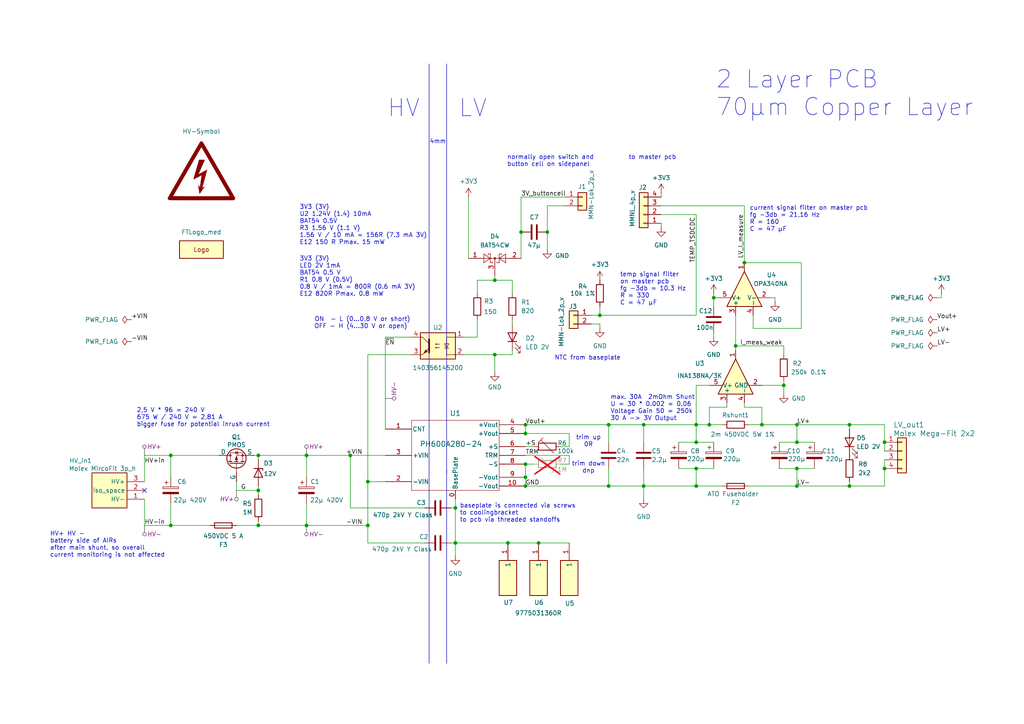
<source format=kicad_sch>
(kicad_sch (version 20231120) (generator "eeschema") (generator_version "8.0")
  (paper "A4")
  (title_block (title "TS-DCDC") (date "2024-12-12") (rev "0.5"))
  (lib_symbols
    (symbol "2024-11-18_21-41-11:PH600A280-24" (pin_names (offset 0.254))
      (property "Reference" "U1" (at 20.32 7.112 0))
      (property "Value" "PH600A280-24" (at 19.05 -1.778 0))
      (symbol "PH600A280-24_1_1"
        (pin passive line (at 20.32 -17.78 90) (length 2.54) (name "BasePlate") (number "0"))
        (pin input line (at 0 2.54 0) (length 7.62) (name "CNT") (number "1"))
        (pin power_out line (at 40.64 -13.97 180) (length 7.62) (name "-Vout") (number "10"))
        (pin power_in line (at 0 -12.7 0) (length 7.62) (name "-VIN") (number "2"))
        (pin power_in line (at 0 -5.08 0) (length 7.62) (name "+VIN") (number "3"))
        (pin power_out line (at 40.64 3.81 180) (length 7.62) (name "+Vout") (number "4"))
        (pin passive line (at 40.64 1.27 180) (length 7.62) (name "+Vout") (number "5"))
        (pin input line (at 40.64 -2.54 180) (length 7.62) (name "+S") (number "6"))
        (pin input line (at 40.64 -5.08 180) (length 7.62) (name "TRM") (number "7"))
        (pin input line (at 40.64 -7.62 180) (length 7.62) (name "-S") (number "8"))
        (pin passive line (at 40.64 -11.43 180) (length 7.62) (name "-Vout") (number "9"))
      )
    )
    (symbol "43650-0317:43650-0317"
      (property "Reference" "HV_in1" (at 18.542 -11.938 0))
      (property "Value" "Molex MircoFit 3p_h" (at 11.43 -9.398 0))
      (symbol "43650-0317_1_1"
        (pin power_out line (at 0 -5.08 0) (length 5.08) (name "HV-") (number "1"))
        (pin passive line (at 0 -2.54 0) (length 5.08) (name "iso_space") (number "2"))
        (pin power_out line (at 0 0 0) (length 5.08) (name "HV+") (number "3"))
      )
    )
    (symbol "9775031360R:9775031360R"
      (property "Reference" "U" (at 16.51 7.62 0))
      (property "Value" "9775031360R" (at 16.51 5.08 0))
      (symbol "9775031360R_1_1"
        (pin passive line (at 0 0 0) (length 5.08) (name "1") (number "1"))
      )
    )
    (symbol "Amplifier_Current:INA138" (pin_names (offset 0.127))
      (property "Reference" "U" (at 3.81 5.08 0))
      (property "Value" "INA138" (at 3.81 2.54 0))
      (symbol "INA138_1_1"
        (pin output line (at 7.62 0 180) (length 2.54) (name "~") (number "1"))
        (pin power_in line (at -2.54 -7.62 90) (length 3.81) (name "GND") (number "2"))
        (pin input line (at -7.62 2.54 0) (length 2.54) (name "+") (number "3"))
        (pin input line (at -7.62 -2.54 0) (length 2.54) (name "-") (number "4"))
        (pin power_in line (at -2.54 7.62 270) (length 3.81) (name "V+") (number "5"))
      )
    )
    (symbol "Amplifier_Operational:OPA340NA" (pin_names (offset 0.127))
      (property "Reference" "U" (at -1.27 6.35 0))
      (property "Value" "OPA340NA" (at -1.27 3.81 0))
      (symbol "OPA340NA_0_1"
        (pin power_in line (at -2.54 -7.62 90) (length 3.81) (name "V-") (number "2"))
        (pin power_in line (at -2.54 7.62 270) (length 3.81) (name "V+") (number "5"))
      )
      (symbol "OPA340NA_1_1"
        (pin output line (at 7.62 0 180) (length 2.54) (name "~") (number "1"))
        (pin input line (at -7.62 2.54 0) (length 2.54) (name "+") (number "3"))
        (pin input line (at -7.62 -2.54 0) (length 2.54) (name "-") (number "4"))
      )
    )
    (symbol "Conn_01x02_1" (pin_names (offset 1.016) hide)
      (property "Reference" "J3" (at -1.016 -5.08 0))
      (property "Value" "MMN-Lok_2p_v" (at 3.556 -7.874 90))
      (symbol "Conn_01x02_1_1_1"
        (pin passive line (at -5.08 -2.54 0) (length 3.81) (name "Pin_1") (number "1"))
        (pin passive line (at -5.08 0 0) (length 3.81) (name "Pin_2") (number "2"))
      )
    )
    (symbol "Conn_01x04_1" (pin_names (offset 1.016) hide)
      (property "Reference" "LV_out1" (at -2.54 7.62 0))
      (property "Value" "Molex Mega-Fit 2x2" (at -2.54 5.08 0))
      (symbol "Conn_01x04_1_1_1"
        (pin power_in line (at -5.08 2.54 0) (length 3.81) (name "Pin_1") (number "1"))
        (pin power_in line (at -5.08 0 0) (length 3.81) (name "Pin_2") (number "2"))
        (pin power_in line (at -5.08 -2.54 0) (length 3.81) (name "Pin_3") (number "3"))
        (pin power_in line (at -5.08 -5.08 0) (length 3.81) (name "Pin_4") (number "4"))
      )
    )
    (symbol "Connector_Generic:Conn_01x02" (pin_names (offset 1.016) hide)
      (property "Reference" "J" (at 0 2.54 0))
      (property "Value" "Conn_01x02" (at 0 -5.08 0))
      (symbol "Conn_01x02_1_1"
        (pin passive line (at -5.08 0 0) (length 3.81) (name "Pin_1") (number "1"))
        (pin passive line (at -5.08 -2.54 0) (length 3.81) (name "Pin_2") (number "2"))
      )
    )
    (symbol "Connector_Generic:Conn_01x04" (pin_names (offset 1.016) hide)
      (property "Reference" "J" (at 0 5.08 0))
      (property "Value" "Conn_01x04" (at 0 -7.62 0))
      (symbol "Conn_01x04_1_1"
        (pin passive line (at -5.08 2.54 0) (length 3.81) (name "Pin_1") (number "1"))
        (pin passive line (at -5.08 0 0) (length 3.81) (name "Pin_2") (number "2"))
        (pin passive line (at -5.08 -2.54 0) (length 3.81) (name "Pin_3") (number "3"))
        (pin passive line (at -5.08 -5.08 0) (length 3.81) (name "Pin_4") (number "4"))
      )
    )
    (symbol "Device:C" (pin_numbers hide) (pin_names (offset 0.254))
      (property "Reference" "C" (at 0.635 2.54 0))
      (property "Value" "C" (at 0.635 -2.54 0))
      (symbol "C_1_1"
        (pin passive line (at 0 3.81 270) (length 2.794) (name "~") (number "1"))
        (pin passive line (at 0 -3.81 90) (length 2.794) (name "~") (number "2"))
      )
    )
    (symbol "Device:C_Polarized" (pin_numbers hide) (pin_names (offset 0.254))
      (property "Reference" "C" (at 0.635 2.54 0))
      (property "Value" "C_Polarized" (at 0.635 -2.54 0))
      (symbol "C_Polarized_1_1"
        (pin passive line (at 0 3.81 270) (length 2.794) (name "~") (number "1"))
        (pin passive line (at 0 -3.81 90) (length 2.794) (name "~") (number "2"))
      )
    )
    (symbol "Device:D_Zener" (pin_numbers hide) (pin_names (offset 1.016) hide)
      (property "Reference" "D" (at 0 2.54 0))
      (property "Value" "D_Zener" (at 0 -2.54 0))
      (symbol "D_Zener_1_1"
        (pin passive line (at -3.81 0 0) (length 2.54) (name "K") (number "1"))
        (pin passive line (at 3.81 0 180) (length 2.54) (name "A") (number "2"))
      )
    )
    (symbol "Device:Fuse" (pin_numbers hide) (pin_names (offset 0))
      (property "Reference" "F" (at 2.032 0 90))
      (property "Value" "Fuse" (at -1.905 0 90))
      (symbol "Fuse_1_1"
        (pin passive line (at 0 3.81 270) (length 1.27) (name "~") (number "1"))
        (pin passive line (at 0 -3.81 90) (length 1.27) (name "~") (number "2"))
      )
    )
    (symbol "Device:LED" (pin_numbers hide) (pin_names (offset 1.016) hide)
      (property "Reference" "D" (at 0 2.54 0))
      (property "Value" "LED" (at 0 -2.54 0))
      (symbol "LED_1_1"
        (pin passive line (at -3.81 0 0) (length 2.54) (name "K") (number "1"))
        (pin passive line (at 3.81 0 180) (length 2.54) (name "A") (number "2"))
      )
    )
    (symbol "Device:R" (pin_numbers hide) (pin_names (offset 0))
      (property "Reference" "R" (at 2.032 0 90))
      (property "Value" "R" (at 0 0 90))
      (symbol "R_1_1"
        (pin passive line (at 0 3.81 270) (length 1.27) (name "~") (number "1"))
        (pin passive line (at 0 -3.81 90) (length 1.27) (name "~") (number "2"))
      )
    )
    (symbol "Device:R_Trim" (pin_numbers hide) (pin_names (offset 0))
      (property "Reference" "R" (at 2.54 -2.54 90))
      (property "Value" "R_Trim" (at -2.54 -0.635 90))
      (symbol "R_Trim_1_1"
        (pin passive line (at 0 3.81 270) (length 1.27) (name "~") (number "1"))
        (pin passive line (at 0 -3.81 90) (length 1.27) (name "~") (number "2"))
      )
    )
    (symbol "Diode:BAT54CW" (pin_names (offset 1.016))
      (property "Reference" "D" (at 0.635 -3.81 0))
      (property "Value" "BAT54CW" (at -6.35 3.175 0))
      (symbol "BAT54CW_1_1"
        (pin passive line (at -7.62 0 0) (length 3.81) (name "~") (number "1"))
        (pin passive line (at 7.62 0 180) (length 3.81) (name "~") (number "2"))
        (pin passive line (at 0 -5.08 90) (length 5.08) (name "~") (number "3"))
      )
    )
    (symbol "FaSTTUBe_logos:FTLogo_med"
      (property "Value" "FTLogo_med" (at 0 -3.81 0))
      (symbol "FTLogo_med_0_0"
        (text "Logo" (at 0 0 0) (effects (font (size 1.27 1.27))))
      )
    )
    (symbol "FaSTTUBe_logos:HV-Symbol" (pin_names (offset 1.016))
      (property "Value" "HV-Symbol" (at 0 -10.16 0))
    )
    (symbol "Fuse_1" (pin_numbers hide) (pin_names (offset 0))
      (property "Reference" "F2" (at 4.826 0 90))
      (property "Value" "ATO Fuseholder" (at 2.286 0.762 90))
      (symbol "Fuse_1_1_1"
        (pin passive line (at 0 3.81 270) (length 1.27) (name "~") (number "1"))
        (pin passive line (at 0 -3.81 90) (length 1.27) (name "~") (number "2"))
      )
    )
    (symbol "Relay_SolidState:34.81-7048"
      (property "Reference" "U2" (at 0 5.334 0))
      (property "Value" "140356145200" (at 0 -6.35 0))
      (symbol "34.81-7048_1_1"
        (pin passive line (at -7.62 2.54 0) (length 2.54) (name "") (number "1"))
        (pin passive line (at -7.62 -2.54 0) (length 2.54) (name "~") (number "2"))
        (pin passive line (at 7.62 -2.54 180) (length 2.54) (name "~") (number "3"))
        (pin passive line (at 7.62 2.54 180) (length 2.54) (name "~") (number "4"))
      )
    )
    (symbol "Simulation_SPICE:PMOS" (pin_numbers hide) (pin_names (offset 0))
      (property "Reference" "Q" (at 5.08 1.27 0))
      (property "Value" "PMOS" (at 5.08 -1.27 0))
      (symbol "PMOS_1_1"
        (pin passive line (at 2.54 5.08 270) (length 2.54) (name "D") (number "1"))
        (pin input line (at -5.08 0 0) (length 2.54) (name "G") (number "2"))
        (pin passive line (at 2.54 -5.08 90) (length 2.54) (name "S") (number "3"))
      )
    )
    (symbol "power:+3V3" (power) (pin_numbers hide) (pin_names (offset 0) hide)
      (property "Value" "+3V3" (at 0 3.556 0))
      (symbol "+3V3_1_1"
        (pin power_in line (at 0 0 90) (length 0) (name "~") (number "1"))
      )
    )
    (symbol "power:GND" (power) (pin_numbers hide) (pin_names (offset 0) hide)
      (property "Value" "GND" (at 0 -3.81 0))
      (symbol "GND_1_1"
        (pin power_in line (at 0 0 270) (length 0) (name "~") (number "1"))
      )
    )
    (symbol "power:PWR_FLAG" (power) (pin_numbers hide) (pin_names (offset 0) hide)
      (property "Value" "PWR_FLAG" (at 0 3.81 0))
      (symbol "PWR_FLAG_0_0"
        (pin power_out line (at 0 0 90) (length 0) (name "~") (number "1"))
      )
    )
  )
  (junction (at 152.4 134.62))
  (junction (at 186.69 123.19))
  (junction (at 207.01 86.36))
  (junction (at 74.93 152.4))
  (junction (at 74.93 142.24))
  (junction (at 106.68 139.7))
  (junction (at 143.51 81.28))
  (junction (at 201.93 128.27))
  (junction (at 213.36 100.33))
  (junction (at 231.14 123.19))
  (junction (at 176.53 123.19))
  (junction (at 151.13 67.31))
  (junction (at 152.4 138.43))
  (junction (at 147.32 157.48))
  (junction (at 201.93 135.89))
  (junction (at 152.4 123.19))
  (junction (at 246.38 123.19))
  (junction (at 49.53 132.08))
  (junction (at 132.08 157.48))
  (junction (at 106.68 152.4))
  (junction (at 152.4 140.97))
  (junction (at 88.9 152.4))
  (junction (at 205.74 123.19))
  (junction (at 201.93 123.19))
  (junction (at 176.53 140.97))
  (junction (at 231.14 128.27))
  (junction (at 88.9 132.08))
  (junction (at 231.14 135.89))
  (junction (at 173.99 91.44))
  (junction (at 158.75 67.31))
  (junction (at 156.21 157.48))
  (junction (at 152.4 125.73))
  (junction (at 201.93 140.97))
  (junction (at 220.98 123.19))
  (junction (at 74.93 132.08))
  (junction (at 256.54 128.27))
  (junction (at 49.53 152.4))
  (junction (at 132.08 147.32))
  (junction (at 186.69 140.97))
  (junction (at 215.9 76.2))
  (junction (at 246.38 140.97))
  (junction (at 101.6 132.08))
  (junction (at 256.54 135.89))
  (junction (at 227.33 111.76))
  (junction (at 143.51 102.87))
  (junction (at 231.14 140.97))
  (no_connect (at 41.91 142.24))
  (wire (pts (xy 231.14 135.89) (xy 231.14 140.97)))
  (wire (pts (xy 231.14 128.27) (xy 236.22 128.27)))
  (wire (pts (xy 41.91 152.4) (xy 41.91 144.78)))
  (wire (pts (xy 176.53 123.19) (xy 176.53 128.27)))
  (wire (pts (xy 176.53 135.89) (xy 176.53 140.97)))
  (wire (pts (xy 111.76 97.79) (xy 111.76 124.46)))
  (wire (pts (xy 158.75 59.69) (xy 158.75 67.31)))
  (wire (pts (xy 148.59 102.87) (xy 148.59 101.6)))
  (wire (pts (xy 201.93 123.19) (xy 205.74 123.19)))
  (wire (pts (xy 152.4 134.62) (xy 154.94 134.62)))
  (wire (pts (xy 226.06 128.27) (xy 231.14 128.27)))
  (wire (pts (xy 201.93 111.76) (xy 205.74 111.76)))
  (wire (pts (xy 143.51 81.28) (xy 143.51 80.01)))
  (wire (pts (xy 73.66 132.08) (xy 74.93 132.08)))
  (wire (pts (xy 273.05 86.36) (xy 271.78 86.36)))
  (wire (pts (xy 106.68 139.7) (xy 111.76 139.7)))
  (wire (pts (xy 151.13 57.15) (xy 163.83 57.15)))
  (wire (pts (xy 132.08 157.48) (xy 130.81 157.48)))
  (wire (pts (xy 106.68 139.7) (xy 106.68 152.4)))
  (wire (pts (xy 201.93 62.23) (xy 201.93 91.44)))
  (wire (pts (xy 173.99 93.98) (xy 171.45 93.98)))
  (wire (pts (xy 138.43 81.28) (xy 138.43 85.09)))
  (wire (pts (xy 132.08 157.48) (xy 147.32 157.48)))
  (wire (pts (xy 205.74 123.19) (xy 209.55 123.19)))
  (wire (pts (xy 165.1 129.54) (xy 162.56 129.54)))
  (wire (pts (xy 134.62 97.79) (xy 138.43 97.79)))
  (wire (pts (xy 207.01 96.52) (xy 207.01 97.79)))
  (wire (pts (xy 201.93 111.76) (xy 201.93 123.19)))
  (wire (pts (xy 210.82 116.84) (xy 210.82 118.11)))
  (wire (pts (xy 210.82 118.11) (xy 205.74 118.11)))
  (wire (pts (xy 135.89 57.15) (xy 135.89 74.93)))
  (wire (pts (xy 74.93 132.08) (xy 88.9 132.08)))
  (wire (pts (xy 218.44 95.25) (xy 232.41 95.25)))
  (wire (pts (xy 165.1 134.62) (xy 165.1 132.08)))
  (wire (pts (xy 227.33 111.76) (xy 227.33 114.3)))
  (wire (pts (xy 152.4 123.19) (xy 176.53 123.19)))
  (polyline (pts (xy 124.46 18.542) (xy 124.46 192.405)))
  (wire (pts (xy 88.9 152.4) (xy 106.68 152.4)))
  (wire (pts (xy 208.28 86.36) (xy 207.01 86.36)))
  (wire (pts (xy 191.77 66.04) (xy 191.77 64.77)))
  (wire (pts (xy 151.13 57.15) (xy 151.13 67.31)))
  (wire (pts (xy 152.4 138.43) (xy 152.4 134.62)))
  (wire (pts (xy 41.91 152.4) (xy 49.53 152.4)))
  (wire (pts (xy 74.93 152.4) (xy 88.9 152.4)))
  (wire (pts (xy 217.17 140.97) (xy 231.14 140.97)))
  (wire (pts (xy 132.08 147.32) (xy 132.08 157.48)))
  (wire (pts (xy 143.51 81.28) (xy 148.59 81.28)))
  (wire (pts (xy 143.51 102.87) (xy 148.59 102.87)))
  (wire (pts (xy 220.98 118.11) (xy 220.98 123.19)))
  (wire (pts (xy 224.79 87.63) (xy 224.79 86.36)))
  (wire (pts (xy 186.69 123.19) (xy 201.93 123.19)))
  (wire (pts (xy 152.4 129.54) (xy 154.94 129.54)))
  (wire (pts (xy 49.53 146.05) (xy 49.53 152.4)))
  (wire (pts (xy 74.93 133.35) (xy 74.93 132.08)))
  (wire (pts (xy 74.93 143.51) (xy 74.93 142.24)))
  (wire (pts (xy 68.58 139.7) (xy 68.58 142.24)))
  (wire (pts (xy 106.68 152.4) (xy 106.68 157.48)))
  (wire (pts (xy 213.36 91.44) (xy 213.36 100.33)))
  (wire (pts (xy 186.69 140.97) (xy 201.93 140.97)))
  (wire (pts (xy 49.53 132.08) (xy 63.5 132.08)))
  (wire (pts (xy 173.99 88.9) (xy 173.99 91.44)))
  (wire (pts (xy 213.36 100.33) (xy 227.33 100.33)))
  (wire (pts (xy 68.58 152.4) (xy 74.93 152.4)))
  (wire (pts (xy 173.99 91.44) (xy 201.93 91.44)))
  (wire (pts (xy 186.69 123.19) (xy 186.69 128.27)))
  (wire (pts (xy 186.69 140.97) (xy 186.69 144.78)))
  (wire (pts (xy 220.98 111.76) (xy 227.33 111.76)))
  (wire (pts (xy 201.93 128.27) (xy 207.01 128.27)))
  (wire (pts (xy 186.69 135.89) (xy 186.69 140.97)))
  (wire (pts (xy 201.93 135.89) (xy 201.93 140.97)))
  (wire (pts (xy 158.75 67.31) (xy 158.75 72.39)))
  (wire (pts (xy 220.98 118.11) (xy 215.9 118.11)))
  (wire (pts (xy 226.06 135.89) (xy 231.14 135.89)))
  (wire (pts (xy 106.68 102.87) (xy 119.38 102.87)))
  (wire (pts (xy 132.08 144.78) (xy 132.08 147.32)))
  (polyline (pts (xy 129.54 136.525) (xy 129.54 192.405)))
  (wire (pts (xy 152.4 123.19) (xy 152.4 125.73)))
  (wire (pts (xy 88.9 132.08) (xy 88.9 138.43)))
  (wire (pts (xy 191.77 57.15) (xy 191.77 55.88)))
  (wire (pts (xy 232.41 76.2) (xy 215.9 76.2)))
  (wire (pts (xy 201.93 140.97) (xy 209.55 140.97)))
  (wire (pts (xy 165.1 125.73) (xy 152.4 125.73)))
  (wire (pts (xy 74.93 142.24) (xy 74.93 140.97)))
  (wire (pts (xy 205.74 118.11) (xy 205.74 123.19)))
  (wire (pts (xy 88.9 132.08) (xy 101.6 132.08)))
  (wire (pts (xy 147.32 157.48) (xy 156.21 157.48)))
  (wire (pts (xy 138.43 81.28) (xy 143.51 81.28)))
  (wire (pts (xy 101.6 132.08) (xy 111.76 132.08)))
  (wire (pts (xy 196.85 128.27) (xy 201.93 128.27)))
  (wire (pts (xy 106.68 102.87) (xy 106.68 139.7)))
  (wire (pts (xy 196.85 135.89) (xy 201.93 135.89)))
  (wire (pts (xy 232.41 95.25) (xy 232.41 76.2)))
  (wire (pts (xy 162.56 134.62) (xy 165.1 134.62)))
  (wire (pts (xy 163.83 59.69) (xy 158.75 59.69)))
  (wire (pts (xy 246.38 124.46) (xy 246.38 123.19)))
  (wire (pts (xy 176.53 123.19) (xy 186.69 123.19)))
  (wire (pts (xy 49.53 152.4) (xy 60.96 152.4)))
  (wire (pts (xy 213.36 100.33) (xy 213.36 101.6)))
  (wire (pts (xy 224.79 86.36) (xy 223.52 86.36)))
  (wire (pts (xy 173.99 91.44) (xy 171.45 91.44)))
  (wire (pts (xy 74.93 151.13) (xy 74.93 152.4)))
  (wire (pts (xy 231.14 135.89) (xy 236.22 135.89)))
  (wire (pts (xy 217.17 123.19) (xy 220.98 123.19)))
  (wire (pts (xy 215.9 59.69) (xy 215.9 76.2)))
  (wire (pts (xy 231.14 140.97) (xy 246.38 140.97)))
  (wire (pts (xy 152.4 140.97) (xy 176.53 140.97)))
  (wire (pts (xy 231.14 123.19) (xy 231.14 128.27)))
  (wire (pts (xy 201.93 135.89) (xy 207.01 135.89)))
  (wire (pts (xy 191.77 59.69) (xy 215.9 59.69)))
  (polyline (pts (xy 129.54 18.542) (xy 129.54 137.16)))
  (wire (pts (xy 123.19 147.32) (xy 101.6 147.32)))
  (wire (pts (xy 152.4 140.97) (xy 152.4 138.43)))
  (wire (pts (xy 143.51 102.87) (xy 143.51 107.95)))
  (wire (pts (xy 256.54 128.27) (xy 256.54 130.81)))
  (wire (pts (xy 256.54 133.35) (xy 256.54 135.89)))
  (wire (pts (xy 246.38 123.19) (xy 256.54 123.19)))
  (wire (pts (xy 68.58 142.24) (xy 74.93 142.24)))
  (wire (pts (xy 176.53 140.97) (xy 186.69 140.97)))
  (wire (pts (xy 148.59 92.71) (xy 148.59 93.98)))
  (wire (pts (xy 173.99 93.98) (xy 173.99 95.25)))
  (wire (pts (xy 215.9 118.11) (xy 215.9 116.84)))
  (wire (pts (xy 152.4 132.08) (xy 165.1 132.08)))
  (wire (pts (xy 138.43 92.71) (xy 138.43 97.79)))
  (wire (pts (xy 256.54 135.89) (xy 256.54 140.97)))
  (wire (pts (xy 151.13 67.31) (xy 151.13 74.93)))
  (wire (pts (xy 246.38 140.97) (xy 256.54 140.97)))
  (wire (pts (xy 148.59 81.28) (xy 148.59 85.09)))
  (wire (pts (xy 165.1 129.54) (xy 165.1 125.73)))
  (wire (pts (xy 246.38 139.7) (xy 246.38 140.97)))
  (wire (pts (xy 132.08 147.32) (xy 130.81 147.32)))
  (wire (pts (xy 132.08 161.29) (xy 132.08 157.48)))
  (wire (pts (xy 101.6 147.32) (xy 101.6 132.08)))
  (wire (pts (xy 49.53 132.08) (xy 49.53 138.43)))
  (wire (pts (xy 273.05 85.09) (xy 273.05 86.36)))
  (wire (pts (xy 106.68 157.48) (xy 123.19 157.48)))
  (wire (pts (xy 111.76 97.79) (xy 119.38 97.79)))
  (wire (pts (xy 165.1 157.48) (xy 156.21 157.48)))
  (wire (pts (xy 227.33 100.33) (xy 227.33 102.87)))
  (wire (pts (xy 220.98 123.19) (xy 231.14 123.19)))
  (wire (pts (xy 41.91 132.08) (xy 49.53 132.08)))
  (wire (pts (xy 207.01 86.36) (xy 207.01 85.09)))
  (wire (pts (xy 41.91 132.08) (xy 41.91 139.7)))
  (wire (pts (xy 256.54 123.19) (xy 256.54 128.27)))
  (wire (pts (xy 207.01 86.36) (xy 207.01 88.9)))
  (wire (pts (xy 227.33 110.49) (xy 227.33 111.76)))
  (wire (pts (xy 143.51 102.87) (xy 134.62 102.87)))
  (wire (pts (xy 231.14 123.19) (xy 246.38 123.19)))
  (wire (pts (xy 201.93 62.23) (xy 191.77 62.23)))
  (wire (pts (xy 218.44 95.25) (xy 218.44 91.44)))
  (wire (pts (xy 88.9 152.4) (xy 88.9 146.05)))
  (wire (pts (xy 201.93 123.19) (xy 201.93 128.27)))
  (text "trim down\ndnp" (at 170.688 135.636 0) (effects (font (size 1.27 1.27))))
  (text "3V3 (3V)\nU2 1.24V (1.4) 10mA\nBAT54 0.5V\nR3 1.56 V (1.1 V)\n1.56 V / 10 mA = 156R (7.3 mA 3V)\nE12 150 R Pmax. 15 mW\n" (at 86.868 65.278 0) (effects (font (size 1.27 1.27)) (justify left)))
  (text " ON  - L (0...0,8 V or short)\nOFF - H (4...30 V or open)" (at 104.648 93.726 0) (effects (font (size 1.27 1.27))))
  (text "max. 30A  2mOhm Shunt \nU = 30 * 0.002 = 0.06\nVoltage Gain 50 = 250k\n30 A -> 3V Output\n" (at 177.038 118.364 0) (effects (font (size 1.27 1.27)) (justify left)))
  (text "trim up\n0R" (at 170.688 128.016 0) (effects (font (size 1.27 1.27))))
  (text "2,5 V * 96 = 240 V\n675 W / 240 V = 2,81 A\nbigger fuse for potential inrush current\n\n" (at 39.624 122.174 0) (effects (font (size 1.27 1.27)) (justify left)))
  (text "current signal filter on master pcb\nfg -3db = 21,16 Hz\nR = 160\nC = 47 µF\n" (at 217.424 63.5 0) (effects (font (size 1.27 1.27)) (justify left)))
  (text "LV" (at 137.16 31.496 0) (effects (font (size 5 5))))
  (text "4mm" (at 127 41.148 0) (effects (font (size 1.27 1.27))))
  (text "normally open switch and\nbutton cell on sidepanel\n " (at 147.066 44.958 0) (effects (font (size 1.27 1.27)) (justify left top)))
  (text "NTC from baseplate" (at 170.434 103.886 0) (effects (font (size 1.27 1.27))))
  (text "HV" (at 117.094 31.496 0) (effects (font (size 5 5))))
  (text "3V3 (3V)\nLED 2V 1mA\nBAT54 0.5 V \nR1 0.8 V (0.5V)\n0.8 V / 1mA = 800R (0.6 mA 3V)\nE12 820R Pmax. 0.8 mW" (at 86.868 80.264 0) (effects (font (size 1.27 1.27)) (justify left)))
  (text "HV+ HV -\nbattery side of AIRs\nafter main shunt, so overall \ncurrent monitoring is not affected" (at 14.478 157.988 0) (effects (font (size 1.27 1.27)) (justify left)))
  (text "to master pcb" (at 189.23 45.72 0) (effects (font (size 1.27 1.27))))
  (text "baseplate is connected via screws \nto coolingbracket\nto pcb via threaded standoffs\n" (at 133.35 148.844 0) (effects (font (size 1.27 1.27)) (justify left)))
  (text "temp signal filter \non master pcb\nfg -3db = 10.3 Hz\nR = 330\nC = 47 µF" (at 179.832 83.82 0) (effects (font (size 1.27 1.27)) (justify left)))
  (text "2 Layer PCB \n70µm Copper Layer\n" (at 207.518 27.178 0) (effects (font (size 5 5)) (justify left)))
  (label "LV+" (at 231.14 123.19 0))
  (label "+VIN" (at 38.1 92.71 0))
  (label "LV-" (at 231.14 140.97 0))
  (label "GND" (at 152.4 140.97 0))
  (label "TEMP_TSDCDC" (at 201.93 76.2 90))
  (label "LV-" (at 271.78 100.33 0))
  (label "Vout+" (at 271.78 92.71 0))
  (label "G" (at 69.85 142.24 0))
  (label "+S" (at 152.4 129.54 0))
  (label "-VIN" (at 38.1 99.06 0))
  (label "TRM" (at 152.4 132.08 0))
  (label "-VIN" (at 100.33 152.4 0))
  (label "LV_I_measure" (at 215.9 74.93 90))
  (label "HV+in" (at 41.91 134.62 0))
  (label "I_meas_weak" (at 214.63 100.33 0))
  (label "3V_buttoncell" (at 151.13 57.15 0))
  (label "HV-in" (at 41.91 152.4 0))
  (label "~{EN}" (at 111.76 100.33 0))
  (label "Vout+" (at 152.4 123.19 0))
  (label "+VIN" (at 100.33 132.08 0))
  (label "LV+" (at 271.78 96.52 0))
  (netclass_flag "" (length 2.54) (shape round) (at 41.91 132.08 0) (property "Netclass" "HV+" (at 42.6085 129.54 0) (effects (font (italic yes)) (justify left))))
  (netclass_flag "" (length 2.54) (shape round) (at 41.91 152.4 180) (property "Netclass" "HV-" (at 42.6085 154.94 0) (effects (font (italic yes)) (justify left))))
  (netclass_flag "" (length 2.54) (shape round) (at 111.76 115.57 270) (property "Netclass" "HV-" (at 114.3 114.8715 90) (effects (font (italic yes)) (justify left))))
  (netclass_flag "" (length 2.54) (shape round) (at 88.9 132.08 0) (property "Netclass" "HV+" (at 89.5985 129.54 0) (effects (font (italic yes)) (justify left))))
  (netclass_flag "" (length 2.54) (shape round) (at 68.58 142.24 180) (property "Netclass" "HV+" (at 67.8815 144.78 0) (effects (font (italic yes)) (justify right))))
  (netclass_flag "" (length 2.54) (shape round) (at 88.9 152.4 180) (property "Netclass" "HV-" (at 89.5985 154.94 0) (effects (font (italic yes)) (justify left))))
  (symbol (lib_id "9775031360R:9775031360R") (at 165.1 157.48 270) (unit 1)
    (property "Reference" "U5" (at 163.83 175.006 90) (effects (justify left)))
    (property "Value" "9775031360R" (effects (hide yes)))
    (property "Footprint" "9775031360R" (effects (hide yes)))
    (property "Datasheet" "https://www.we-online.com/components/products/datasheet/9775031360R.pdf" (effects (hide yes)))
    (property "Description" "Round Standoff Threaded M3 Steel 0.039\" (1.00mm)" (effects (hide yes)))
    (property "Height" "4.2" (effects (hide yes)))
    (property "Mouser Part Number" "710-9775031360R" (effects (hide yes)))
    (property "Mouser Price/Stock" "https://www.mouser.co.uk/ProductDetail/Wurth-Elektronik/9775031360R?qs=lBTPRtX1sU%252BooRt%2F6rjYpA%3D%3D" (effects (hide yes)))
    (property "Manufacturer_Name" "Wurth Elektronik" (effects (hide yes)))
    (property "Manufacturer_Part_Number" "9775031360R" (effects (hide yes)))
  )
  (symbol (lib_id "Device:LED") (at 148.59 97.79 90) (unit 1)
    (property "Reference" "D2" (at 152.4 98.1074 90) (effects (justify right)))
    (property "Value" "LED 2V" (at 152.4 100.6474 90) (effects (justify right)))
    (property "Footprint" "LED_SMD:LED_0603_1608Metric" (effects (hide yes)))
    (property "Description" "Light emitting diode" (effects (hide yes)))
  )
  (symbol (lib_id "Device:C_Polarized") (at 196.85 132.08 0) (unit 1)
    (property "Reference" "C8" (at 202.946 130.81 0) (effects (justify right)))
    (property "Value" "220µ" (at 204.47 133.096 0) (effects (justify right)))
    (property "Footprint" "Capacitor_THT:CP_Radial_D10.0mm_P5.00mm" (effects (hide yes)))
    (property "Datasheet" "https://mou.sr/3E8B9GR" (effects (hide yes)))
    (property "Description" "Polarized capacitor" (effects (hide yes)))
  )
  (symbol (lib_id "Device:C") (at 176.53 132.08 0) (unit 1)
    (property "Reference" "C4" (at 178.816 130.81 0) (effects (justify left)))
    (property "Value" "22n" (at 178.816 133.35 0) (effects (justify left)))
    (property "Footprint" "Capacitor_SMD:C_1206_3216Metric" (effects (hide yes)))
    (property "Datasheet" "https://www.mouser.de/ProductDetail/KEMET/LDECA2220JA0N00?qs=eW1o%2FbAj9gRVk43U4PRUyQ%3D%3D" (effects (hide yes)))
    (property "Description" "Unpolarized capacitor" (effects (hide yes)))
  )
  (symbol (lib_id "Device:R") (at 74.93 147.32 0) (unit 1)
    (property "Reference" "R5" (at 70.358 146.05 0) (effects (justify left)))
    (property "Value" "1M" (at 70.358 148.59 0) (effects (justify left)))
    (property "Footprint" "Resistor_SMD:R_2010_5025Metric" (effects (hide yes)))
    (property "Datasheet" "https://www.mouser.de/ProductDetail/Vishay-Dale/CRCW20101M00FKEFHP?qs=sGAEpiMZZMvdGkrng054txNlzOpMU3a5fHawz3GLm1Q%3D" (effects (hide yes)))
    (property "Description" "Resistor" (effects (hide yes)))
  )
  (symbol (lib_id "Device:R") (at 246.38 135.89 0) (unit 1)
    (property "Reference" "R8" (at 248.92 134.6199 0) (effects (justify left)))
    (property "Value" "2k2" (at 248.92 137.1599 0) (effects (justify left)))
    (property "Footprint" "Resistor_SMD:R_0603_1608Metric" (effects (hide yes)))
    (property "Description" "Resistor" (effects (hide yes)))
  )
  (symbol (lib_id "Connector_Generic:Conn_01x04") (at 186.69 62.23 180) (unit 1)
    (property "Reference" "J2" (at 186.436 54.356 0))
    (property "Value" "MMNL_4p_v" (at 183.388 60.452 90))
    (property "Footprint" "FaSTTUBe_connectors:Micro_Mate-N-Lok_4p_vertical" (effects (hide yes)))
    (property "Description" "Generic connector, single row, 01x04, script generated (kicad-library-utils/schlib/autogen/connector/)" (effects (hide yes)))
  )
  (symbol (lib_id "power:GND") (at 186.69 144.78 0) (unit 1)
    (property "Reference" "#PWR01" (effects (hide yes)))
    (property "Value" "GND" (at 186.69 149.86 0))
    (property "Description" "Power symbol creates a global label with name \"GND\" , ground" (effects (hide yes)))
  )
  (symbol (lib_id "Device:D_Zener") (at 74.93 137.16 270) (unit 1)
    (property "Reference" "D3" (at 76.454 134.366 90) (effects (justify left)))
    (property "Value" "12V" (at 76.454 137.414 90) (effects (justify left)))
    (property "Footprint" "Diode_SMD:D_SOD-323" (effects (hide yes)))
    (property "Datasheet" "https://assets.nexperia.com/documents/data-sheet/PDZ-B_SER.pdf" (effects (hide yes)))
    (property "Description" "Zener diode" (effects (hide yes)))
  )
  (symbol (lib_id "power:PWR_FLAG") (at 38.1 92.71 90) (unit 1)
    (property "Reference" "#FLG02" (effects (hide yes)))
    (property "Value" "PWR_FLAG" (at 34.29 92.7099 90) (effects (justify left)))
    (property "Description" "Special symbol for telling ERC where power comes from" (effects (hide yes)))
  )
  (symbol (lib_id "power:+3V3") (at 191.77 55.88 0) (mirror y) (unit 1)
    (property "Reference" "#PWR05" (effects (hide yes)))
    (property "Value" "+3V3" (at 191.77 51.562 0))
    (property "Description" "Power symbol creates a global label with name \"+3V3\"" (effects (hide yes)))
  )
  (symbol (lib_id "Amplifier_Operational:OPA340NA") (at 215.9 83.82 90) (unit 1)
    (property "Reference" "U4" (at 223.774 79.756 90))
    (property "Value" "OPA340NA" (at 223.52 82.296 90))
    (property "Footprint" "Package_TO_SOT_SMD:SOT-23-5" (effects (hide yes)))
    (property "Datasheet" "http://www.ti.com/lit/ds/symlink/opa340.pdf" (effects (hide yes)))
    (property "Description" "Single Single-Supply, Rail-to-Rail Operational Amplifier, MicroAmplifier Series, SOT-23-5" (effects (hide yes)))
  )
  (symbol (lib_id "Device:C_Polarized") (at 226.06 132.08 0) (unit 1)
    (property "Reference" "C10" (at 232.156 130.81 0) (effects (justify right)))
    (property "Value" "220µ" (at 233.68 133.096 0) (effects (justify right)))
    (property "Footprint" "Capacitor_THT:CP_Radial_D10.0mm_P5.00mm" (effects (hide yes)))
    (property "Datasheet" "https://mou.sr/3E8B9GR" (effects (hide yes)))
    (property "Description" "Polarized capacitor" (effects (hide yes)))
  )
  (symbol (lib_id "Device:LED") (at 246.38 128.27 90) (unit 1)
    (property "Reference" "D5" (at 248.412 127 90) (effects (justify right)))
    (property "Value" "LED 2V" (at 248.412 129.54 90) (effects (justify right)))
    (property "Footprint" "LED_SMD:LED_0603_1608Metric" (effects (hide yes)))
    (property "Description" "Light emitting diode" (effects (hide yes)))
  )
  (symbol (lib_id "Device:C_Polarized") (at 88.9 142.24 0) (unit 1)
    (property "Reference" "C1" (at 92.71 139.7 0) (effects (justify right)))
    (property "Value" "22µ 420V" (at 99.568 145.034 0) (effects (justify right)))
    (property "Footprint" "Capacitor_THT:CP_Radial_D12.5mm_P5.00mm" (effects (hide yes)))
    (property "Datasheet" "https://www.mouser.de/ProductDetail/Chemi-Con/EKXN451ELL220MK16S?qs=eP2BKZSCXI45cEkx%2FZPDFw%3D%3D" (effects (hide yes)))
    (property "Description" "Polarized capacitor" (effects (hide yes)))
  )
  (symbol (lib_id "Device:C") (at 127 157.48 90) (unit 1)
    (property "Reference" "C2" (at 122.936 155.702 90))
    (property "Value" "470p 2kV Y Class" (at 116.586 159.258 90))
    (property "Footprint" "footprints:VY1471M29Y5UC63V0" (effects (hide yes)))
    (property "Datasheet" "https://www.vishay.com/docs/28537/vy1series.pdf" (effects (hide yes)))
    (property "Description" "Unpolarized capacitor" (effects (hide yes)))
  )
  (symbol (lib_id "power:PWR_FLAG") (at 271.78 100.33 90) (unit 1)
    (property "Reference" "#FLG05" (effects (hide yes)))
    (property "Value" "PWR_FLAG" (at 267.97 100.3299 90) (effects (justify left)))
    (property "Description" "Special symbol for telling ERC where power comes from" (effects (hide yes)))
  )
  (symbol (lib_id "Device:C_Polarized") (at 207.01 132.08 0) (unit 1)
    (property "Reference" "C9" (at 213.106 130.81 0) (effects (justify right)))
    (property "Value" "220µ" (at 214.884 133.096 0) (effects (justify right)))
    (property "Footprint" "Capacitor_THT:CP_Radial_D10.0mm_P5.00mm" (effects (hide yes)))
    (property "Datasheet" "https://mou.sr/3E8B9GR" (effects (hide yes)))
    (property "Description" "Polarized capacitor" (effects (hide yes)))
  )
  (symbol (lib_id "9775031360R:9775031360R") (at 156.21 157.48 270) (unit 1)
    (property "Reference" "U6" (at 154.94 174.752 90) (effects (justify left)))
    (property "Value" "9775031360R" (at 149.352 177.8 90) (effects (justify left)))
    (property "Footprint" "9775031360R" (effects (hide yes)))
    (property "Datasheet" "https://www.we-online.com/components/products/datasheet/9775031360R.pdf" (effects (hide yes)))
    (property "Description" "Round Standoff Threaded M3 Steel 0.039\" (1.00mm)" (effects (hide yes)))
    (property "Height" "4.2" (effects (hide yes)))
    (property "Mouser Part Number" "710-9775031360R" (effects (hide yes)))
    (property "Mouser Price/Stock" "https://www.mouser.co.uk/ProductDetail/Wurth-Elektronik/9775031360R?qs=lBTPRtX1sU%252BooRt%2F6rjYpA%3D%3D" (effects (hide yes)))
    (property "Manufacturer_Name" "Wurth Elektronik" (effects (hide yes)))
    (property "Manufacturer_Part_Number" "9775031360R" (effects (hide yes)))
  )
  (symbol (lib_id "Device:R") (at 148.59 88.9 0) (unit 1)
    (property "Reference" "R1" (at 151.13 87.6299 0) (effects (justify left)))
    (property "Value" "820" (at 151.13 90.1699 0) (effects (justify left)))
    (property "Footprint" "Resistor_SMD:R_0603_1608Metric" (effects (hide yes)))
    (property "Description" "Resistor" (effects (hide yes)))
  )
  (symbol (lib_id "power:GND") (at 207.01 97.79 0) (unit 1)
    (property "Reference" "#PWR013" (effects (hide yes)))
    (property "Value" "GND" (at 207.01 102.87 0))
    (property "Description" "Power symbol creates a global label with name \"GND\" , ground" (effects (hide yes)))
  )
  (symbol (lib_id "2024-11-18_21-41-11:PH600A280-24") (at 111.76 127 0) (unit 1)
    (property "Reference" "U1" (at 132.08 119.888 0) (effects (font (size 1.524 1.524))))
    (property "Value" "PH600A280-24" (at 130.81 128.778 0) (effects (font (size 1.524 1.524))))
    (property "Footprint" "footprints:PH300A_thru_PH600A_TDK" (effects (hide yes)))
    (property "Datasheet" "https://product.tdk.com/system/files/dam/doc/product/power/switching-power/dc-dc-converter/catalog/ph-a280_e.pdf" (effects (hide yes)))
  )
  (symbol (lib_id "power:PWR_FLAG") (at 271.78 86.36 90) (unit 1)
    (property "Reference" "#FLG01" (effects (hide yes)))
    (property "Value" "PWR_FLAG" (at 267.97 86.36 90) (effects (justify left)))
    (property "Description" "Special symbol for telling ERC where power comes from" (effects (hide yes)))
  )
  (symbol (lib_id "Device:C") (at 154.94 67.31 90) (unit 1)
    (property "Reference" "C7" (at 154.94 62.992 90))
    (property "Value" "47µ" (at 154.94 71.12 90))
    (property "Footprint" "Capacitor_SMD:C_1210_3225Metric" (effects (hide yes)))
    (property "Description" "Unpolarized capacitor" (effects (hide yes)))
  )
  (symbol (lib_id "power:+3V3") (at 173.99 81.28 0) (mirror y) (unit 1)
    (property "Reference" "#PWR08" (effects (hide yes)))
    (property "Value" "+3V3" (at 173.99 76.708 0))
    (property "Description" "Power symbol creates a global label with name \"+3V3\"" (effects (hide yes)))
  )
  (symbol (lib_id "FaSTTUBe_logos:HV-Symbol") (at 58.42 49.53 0) (unit 1)
    (property "Reference" "#Logo2" (effects (hide yes)))
    (property "Value" "HV-Symbol" (at 58.4225 38.1 0))
    (property "Footprint" "FaSTTUBe_logos:HV-Warning" (effects (hide yes)))
  )
  (symbol (lib_id "Device:C_Polarized") (at 49.53 142.24 0) (unit 1)
    (property "Reference" "C6" (at 54.102 139.7 0) (effects (justify right)))
    (property "Value" "22µ 420V" (at 59.944 145.034 0) (effects (justify right)))
    (property "Footprint" "Capacitor_THT:CP_Radial_D12.5mm_P5.00mm" (effects (hide yes)))
    (property "Datasheet" "https://www.mouser.de/ProductDetail/Chemi-Con/EKXN451ELL220MK16S?qs=eP2BKZSCXI45cEkx%2FZPDFw%3D%3D" (effects (hide yes)))
    (property "Description" "Polarized capacitor" (effects (hide yes)))
  )
  (symbol (lib_id "power:GND") (at 227.33 114.3 0) (unit 1)
    (property "Reference" "#PWR02" (effects (hide yes)))
    (property "Value" "GND" (at 231.648 115.57 0))
    (property "Description" "Power symbol creates a global label with name \"GND\" , ground" (effects (hide yes)))
  )
  (symbol (lib_id "Device:C_Polarized") (at 236.22 132.08 0) (unit 1)
    (property "Reference" "C11" (at 242.316 130.81 0) (effects (justify right)))
    (property "Value" "220µ" (at 244.602 133.096 0) (effects (justify right)))
    (property "Footprint" "Capacitor_THT:CP_Radial_D10.0mm_P5.00mm" (effects (hide yes)))
    (property "Datasheet" "https://mou.sr/3E8B9GR" (effects (hide yes)))
    (property "Description" "Polarized capacitor" (effects (hide yes)))
  )
  (symbol (lib_id "Device:R_Trim") (at 158.75 134.62 270) (unit 1) (dnp yes)
    (property "Reference" "R7" (at 163.068 133.604 90))
    (property "Value" "1M" (at 163.068 136.144 90))
    (property "Footprint" "Potentiometer_SMD:Potentiometer_Bourns_TC33X_Vertical" (effects (hide yes)))
    (property "Description" "Trimmable resistor (preset resistor)" (effects (hide yes)))
  )
  (symbol (lib_id "power:GND") (at 132.08 161.29 0) (unit 1)
    (property "Reference" "#PWR010" (effects (hide yes)))
    (property "Value" "GND" (at 132.08 166.37 0))
    (property "Description" "Power symbol creates a global label with name \"GND\" , ground" (effects (hide yes)))
  )
  (symbol (lib_id "Relay_SolidState:34.81-7048") (at 127 100.33 0) (mirror y) (unit 1)
    (property "Reference" "U2" (at 127 94.996 0))
    (property "Value" "140356145200" (at 127 106.68 0))
    (property "Footprint" "footprints:SOP254P700X210-4N" (effects (hide yes)))
    (property "Datasheet" "https://www.we-online.com/components/products/datasheet/140356145200.pdf" (effects (hide yes)))
    (property "Description" "Ultra-Slim Solid-State Relay, 0.1A, 48V DC output switching" (effects (hide yes)))
  )
  (symbol (lib_name "Conn_01x04_1") (lib_id "Connector_Generic:Conn_01x04") (at 261.62 130.81 0) (unit 1)
    (property "Reference" "LV_out1" (at 259.08 123.19 0) (effects (font (size 1.524 1.524)) (justify left)))
    (property "Value" "Molex Mega-Fit 2x2" (at 259.08 125.73 0) (effects (font (size 1.524 1.524)) (justify left)))
    (property "Footprint" "footprints:CONN_SD-76825-0100_04_MOL" (effects (hide yes)))
    (property "Datasheet" "https://www.molex.com/en-us/products/part-detail/768250004" (effects (hide yes)))
    (property "Description" "Generic connector, single row, 01x04, script generated (kicad-library-utils/schlib/autogen/connector/)" (effects (hide yes)))
  )
  (symbol (lib_id "Device:Fuse") (at 64.77 152.4 90) (mirror x) (unit 1)
    (property "Reference" "F3" (at 64.77 157.988 90))
    (property "Value" "450VDC 5 A" (at 64.77 155.448 90))
    (property "Footprint" "footprints:0ACG5000TE" (effects (hide yes)))
    (property "Datasheet" "https://www.mouser.de/datasheet/2/643/ds_CP_0ACG_series-2000946.pdf" (effects (hide yes)))
    (property "Description" "Fuse" (effects (hide yes)))
  )
  (symbol (lib_id "power:+3V3") (at 135.89 57.15 0) (unit 1)
    (property "Reference" "#PWR09" (effects (hide yes)))
    (property "Value" "+3V3" (at 135.89 52.578 0))
    (property "Description" "Power symbol creates a global label with name \"+3V3\"" (effects (hide yes)))
  )
  (symbol (lib_id "power:PWR_FLAG") (at 38.1 99.06 90) (unit 1)
    (property "Reference" "#FLG03" (effects (hide yes)))
    (property "Value" "PWR_FLAG" (at 34.29 99.0599 90) (effects (justify left)))
    (property "Description" "Special symbol for telling ERC where power comes from" (effects (hide yes)))
  )
  (symbol (lib_id "9775031360R:9775031360R") (at 147.32 157.48 270) (unit 1)
    (property "Reference" "U7" (at 146.05 174.752 90) (effects (justify left)))
    (property "Value" "9775031360R" (effects (hide yes)))
    (property "Footprint" "9775031360R" (effects (hide yes)))
    (property "Datasheet" "https://www.we-online.com/components/products/datasheet/9775031360R.pdf" (effects (hide yes)))
    (property "Description" "Round Standoff Threaded M3 Steel 0.039\" (1.00mm)" (effects (hide yes)))
    (property "Height" "4.2" (effects (hide yes)))
    (property "Mouser Part Number" "710-9775031360R" (effects (hide yes)))
    (property "Mouser Price/Stock" "https://www.mouser.co.uk/ProductDetail/Wurth-Elektronik/9775031360R?qs=lBTPRtX1sU%252BooRt%2F6rjYpA%3D%3D" (effects (hide yes)))
    (property "Manufacturer_Name" "Wurth Elektronik" (effects (hide yes)))
    (property "Manufacturer_Part_Number" "9775031360R" (effects (hide yes)))
  )
  (symbol (lib_id "power:GND") (at 173.99 95.25 0) (unit 1)
    (property "Reference" "#PWR06" (effects (hide yes)))
    (property "Value" "GND" (at 173.99 100.33 0))
    (property "Description" "Power symbol creates a global label with name \"GND\" , ground" (effects (hide yes)))
  )
  (symbol (lib_id "Device:R") (at 173.99 85.09 0) (unit 1)
    (property "Reference" "R4" (at 167.64 83.058 0) (effects (justify left)))
    (property "Value" "10k 1%" (at 165.354 85.09 0) (effects (justify left)))
    (property "Footprint" "Resistor_SMD:R_0603_1608Metric" (effects (hide yes)))
    (property "Description" "Resistor" (effects (hide yes)))
  )
  (symbol (lib_name "Fuse_1") (lib_id "Device:Fuse") (at 213.36 140.97 90) (mirror x) (unit 1)
    (property "Reference" "F2" (at 213.36 145.796 90))
    (property "Value" "ATO Fuseholder" (at 212.598 143.256 90))
    (property "Footprint" "footprints:01000066Z" (effects (hide yes)))
    (property "Datasheet" "https://www.littelfuse.com/assetdocs/littelfuse_fuseclip_100_datasheet.pdf?assetguid=9960882e-3537-4a71-b411-c6d6ebc326a9" (effects (hide yes)))
    (property "Description" "Fuse" (effects (hide yes)))
  )
  (symbol (lib_id "Device:R") (at 213.36 123.19 90) (unit 1)
    (property "Reference" "Rshunt1" (at 213.36 120.396 90))
    (property "Value" "2m 450VDC 5W 1%" (at 215.392 125.984 90))
    (property "Footprint" "Resistor_SMD:R_2512_6332Metric" (effects (hide yes)))
    (property "Datasheet" "https://www.mouser.de/datasheet/2/54/css2h_2512-1862180.pdf" (effects (hide yes)))
    (property "Description" "Resistor" (effects (hide yes)))
  )
  (symbol (lib_id "power:+3V3") (at 273.05 85.09 0) (mirror y) (unit 1)
    (property "Reference" "#PWR014" (effects (hide yes)))
    (property "Value" "+3V3" (at 273.05 80.772 0))
    (property "Description" "Power symbol creates a global label with name \"+3V3\"" (effects (hide yes)))
  )
  (symbol (lib_id "Diode:BAT54CW") (at 143.51 74.93 0) (unit 1)
    (property "Reference" "D4" (at 143.51 68.58 0))
    (property "Value" "BAT54CW" (at 143.51 71.12 0))
    (property "Footprint" "Package_TO_SOT_SMD:SOT-323_SC-70" (effects (hide yes)))
    (property "Datasheet" "https://assets.nexperia.com/documents/data-sheet/BAT54W_SER.pdf" (effects (hide yes)))
    (property "Description" "Dual schottky barrier diode, common cathode, SOT-323" (effects (hide yes)))
  )
  (symbol (lib_id "Device:C") (at 207.01 92.71 0) (unit 1)
    (property "Reference" "C12" (at 202.692 90.17 0) (effects (justify left)))
    (property "Value" "100n" (at 201.93 94.996 0) (effects (justify left)))
    (property "Footprint" "Capacitor_SMD:C_0603_1608Metric" (effects (hide yes)))
    (property "Description" "Unpolarized capacitor" (effects (hide yes)))
  )
  (symbol (lib_id "Device:C") (at 127 147.32 270) (unit 1)
    (property "Reference" "C3" (at 122.174 145.796 90))
    (property "Value" "470p 2kV Y Class" (at 116.84 149.352 90))
    (property "Footprint" "footprints:VY1471M29Y5UC63V0" (effects (hide yes)))
    (property "Datasheet" "https://www.vishay.com/docs/28537/vy1series.pdf" (effects (hide yes)))
    (property "Description" "Unpolarized capacitor" (effects (hide yes)))
  )
  (symbol (lib_id "Device:R") (at 227.33 106.68 0) (unit 1)
    (property "Reference" "R2" (at 229.87 105.4099 0) (effects (justify left)))
    (property "Value" "250k 0.1%" (at 229.362 107.95 0) (effects (justify left)))
    (property "Footprint" "Resistor_SMD:R_0805_2012Metric" (effects (hide yes)))
    (property "Datasheet" "https://www.mouser.de/datasheet/2/385/SEI_RNCF-3077647.pdf" (effects (hide yes)))
    (property "Description" "Resistor" (effects (hide yes)))
  )
  (symbol (lib_id "FaSTTUBe_logos:FTLogo_med") (at 58.42 72.39 0) (unit 1)
    (property "Reference" "#Logo1" (effects (hide yes)))
    (property "Value" "FTLogo_med" (at 58.42 67.31 0))
    (property "Footprint" "FaSTTUBe_logos:FTLogo_medium" (effects (hide yes)))
  )
  (symbol (lib_id "power:GND") (at 224.79 87.63 0) (unit 1)
    (property "Reference" "#PWR011" (effects (hide yes)))
    (property "Value" "GND" (at 224.79 92.71 0))
    (property "Description" "Power symbol creates a global label with name \"GND\" , ground" (effects (hide yes)))
  )
  (symbol (lib_id "power:+3V3") (at 207.01 85.09 0) (mirror y) (unit 1)
    (property "Reference" "#PWR012" (effects (hide yes)))
    (property "Value" "+3V3" (at 207.01 80.772 0))
    (property "Description" "Power symbol creates a global label with name \"+3V3\"" (effects (hide yes)))
  )
  (symbol (lib_name "Conn_01x02_1") (lib_id "Connector_Generic:Conn_01x02") (at 166.37 93.98 180) (unit 1)
    (property "Reference" "J3" (at 167.386 88.9 0) (effects (justify left)))
    (property "Value" "MMN-Lok_2p_v" (at 162.814 86.106 90) (effects (justify left)))
    (property "Footprint" "FaSTTUBe_connectors:Micro_Mate-N-Lok_2p_vertical" (effects (hide yes)))
    (property "Description" "Generic connector, single row, 01x02, script generated (kicad-library-utils/schlib/autogen/connector/)" (effects (hide yes)))
  )
  (symbol (lib_id "Device:R") (at 138.43 88.9 0) (unit 1)
    (property "Reference" "R3" (at 141.732 87.376 0))
    (property "Value" "150" (at 142.24 90.424 0))
    (property "Footprint" "Resistor_SMD:R_0603_1608Metric" (effects (hide yes)))
    (property "Description" "Resistor" (effects (hide yes)))
  )
  (symbol (lib_id "power:PWR_FLAG") (at 271.78 92.71 90) (unit 1)
    (property "Reference" "#FLG06" (effects (hide yes)))
    (property "Value" "PWR_FLAG" (at 267.97 92.7099 90) (effects (justify left)))
    (property "Description" "Special symbol for telling ERC where power comes from" (effects (hide yes)))
  )
  (symbol (lib_id "power:GND") (at 143.51 107.95 0) (unit 1)
    (property "Reference" "#PWR07" (effects (hide yes)))
    (property "Value" "GND" (at 143.51 112.268 0))
    (property "Description" "Power symbol creates a global label with name \"GND\" , ground" (effects (hide yes)))
  )
  (symbol (lib_id "43650-0317:43650-0317") (at 41.91 139.7 0) (mirror y) (unit 1)
    (property "Reference" "HV_in1" (at 23.368 133.604 0))
    (property "Value" "Molex MircoFit 3p_h" (at 29.718 135.89 0))
    (property "Footprint" "Connector_Molex:Molex_Micro-Fit_3.0_43650-0310_1x03-1MP_P3.00mm_Horizontal_PnP" (effects (hide yes)))
    (property "Datasheet" "https://www.molex.com/en-us/products/part-detail/436500310?display=pdf" (effects (hide yes)))
    (property "Description" "Micro-Fit 3.0 Vertical Header, 3.00mm Pitch, Single Row, 3 Circuits, with PCB Polarizing Peg, Glow-Wire Capable, Black" (effects (hide yes)))
    (property "Height" "9.9" (effects (hide yes)))
    (property "Mouser Part Number" "538-43650-0317" (effects (hide yes)))
    (property "Mouser Price/Stock" "https://www.mouser.co.uk/ProductDetail/Molex/43650-0317?qs=Nb99Pa9xYq%2Fi%252B%2FVbiejqUg%3D%3D" (effects (hide yes)))
    (property "Manufacturer_Name" "Molex" (effects (hide yes)))
    (property "Manufacturer_Part_Number" "43650-0317" (effects (hide yes)))
  )
  (symbol (lib_id "power:GND") (at 158.75 72.39 0) (unit 1)
    (property "Reference" "#PWR04" (effects (hide yes)))
    (property "Value" "GND" (at 163.068 74.168 0))
    (property "Description" "Power symbol creates a global label with name \"GND\" , ground" (effects (hide yes)))
  )
  (symbol (lib_id "Simulation_SPICE:PMOS") (at 68.58 134.62 90) (unit 1)
    (property "Reference" "Q1" (at 68.58 126.746 90))
    (property "Value" "PMOS" (at 68.58 129.032 90))
    (property "Footprint" "Package_TO_SOT_SMD:TO-263-2_TabPin1" (effects (hide yes)))
    (property "Datasheet" "https://www.mouser.de/datasheet/2/240/Littelfuse_Discrete_MOSFETs_P_Channel_IXT_10P50P_D-1622554.pdf" (effects (hide yes)))
    (property "Description" "P-MOSFET transistor, drain/source/gate" (effects (hide yes)))
    (property "Sim.Device" "PMOS" (effects (hide yes)))
    (property "Sim.Type" "VDMOS" (effects (hide yes)))
    (property "Sim.Pins" "1=D 2=G 3=S" (effects (hide yes)))
  )
  (symbol (lib_id "power:PWR_FLAG") (at 271.78 96.52 90) (unit 1)
    (property "Reference" "#FLG04" (effects (hide yes)))
    (property "Value" "PWR_FLAG" (at 267.97 96.5199 90) (effects (justify left)))
    (property "Description" "Special symbol for telling ERC where power comes from" (effects (hide yes)))
  )
  (symbol (lib_id "Amplifier_Current:INA138") (at 213.36 109.22 90) (unit 1)
    (property "Reference" "U3" (at 202.946 105.41 90))
    (property "Value" "INA138NA/3K" (at 202.946 108.966 90))
    (property "Footprint" "Package_TO_SOT_SMD:SOT-23-5" (effects (hide yes)))
    (property "Datasheet" "https://www.ti.com/lit/ds/symlink/ina138.pdf?ts=1734802735399&ref_url=https%253A%252F%252Fwww.mouser.de%252F" (effects (hide yes)))
    (property "Description" "High-Side Measurement Current Shunt Monitor, 36V, SOT-23-5" (effects (hide yes)))
  )
  (symbol (lib_id "Device:R_Trim") (at 158.75 129.54 90) (unit 1)
    (property "Reference" "R6" (at 163.068 128.524 90))
    (property "Value" "100k" (at 164.084 130.81 90))
    (property "Footprint" "Potentiometer_SMD:Potentiometer_Bourns_TC33X_Vertical" (effects (hide yes)))
    (property "Datasheet" "https://eu.mouser.com/ProductDetail/Bourns/TC33X-2-104E?qs=2hAPiALdQ0llyX8B3WfcDg%3D%3D" (effects (hide yes)))
    (property "Description" "Trimmable resistor (preset resistor)" (effects (hide yes)))
  )
  (symbol (lib_id "Connector_Generic:Conn_01x02") (at 168.91 57.15 0) (unit 1)
    (property "Reference" "J1" (at 167.64 54.102 0) (effects (justify left)))
    (property "Value" "MMN-Lok_2p_v" (at 171.45 63.754 90) (effects (justify left)))
    (property "Footprint" "FaSTTUBe_connectors:Micro_Mate-N-Lok_2p_vertical" (effects (hide yes)))
    (property "Description" "Generic connector, single row, 01x02, script generated (kicad-library-utils/schlib/autogen/connector/)" (effects (hide yes)))
  )
  (symbol (lib_id "Device:C") (at 186.69 132.08 0) (unit 1)
    (property "Reference" "C5" (at 188.976 130.81 0) (effects (justify left)))
    (property "Value" "2.2µ" (at 188.976 133.35 0) (effects (justify left)))
    (property "Footprint" "Capacitor_SMD:C_0603_1608Metric" (effects (hide yes)))
    (property "Description" "Unpolarized capacitor" (effects (hide yes)))
  )
  (symbol (lib_id "power:GND") (at 191.77 66.04 0) (mirror y) (unit 1)
    (property "Reference" "#PWR03" (effects (hide yes)))
    (property "Value" "GND" (at 191.77 71.12 0))
    (property "Description" "Power symbol creates a global label with name \"GND\" , ground" (effects (hide yes)))
  )
)
</source>
